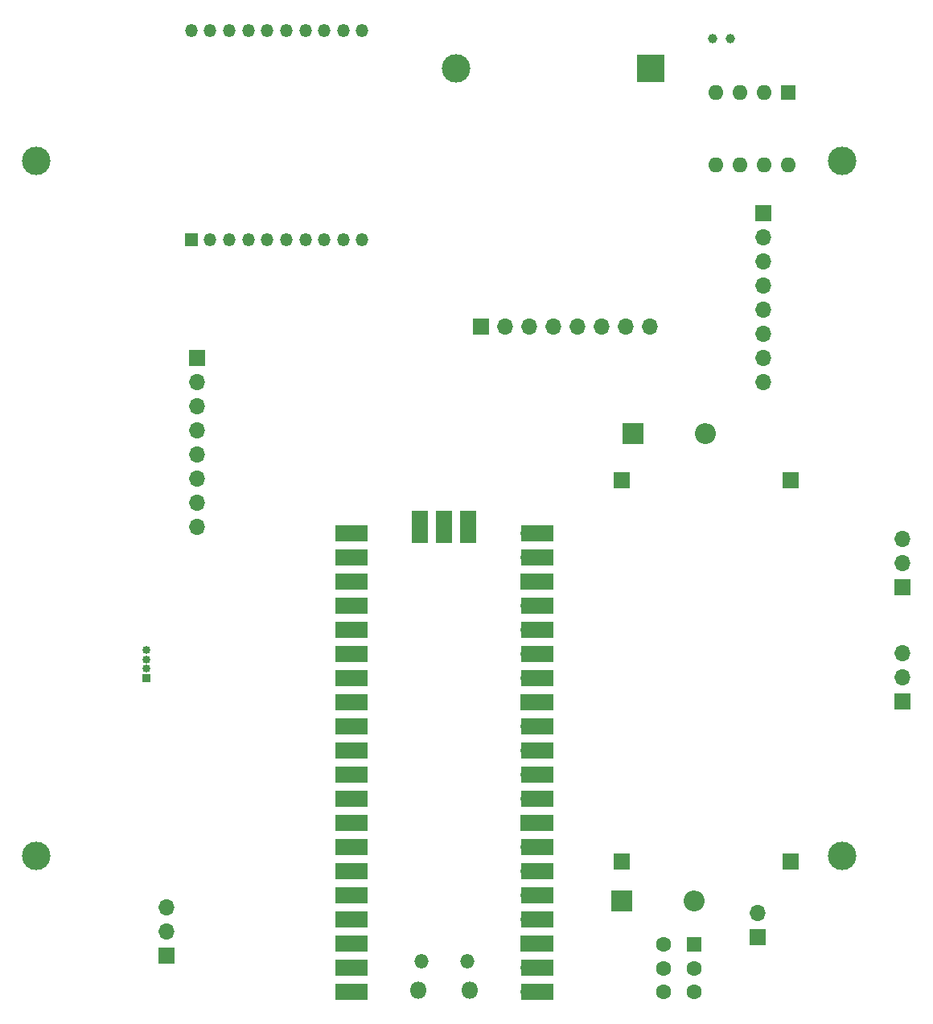
<source format=gbr>
%TF.GenerationSoftware,KiCad,Pcbnew,7.0.9*%
%TF.CreationDate,2023-11-23T17:14:22+01:00*%
%TF.ProjectId,astrasat1,61737472-6173-4617-9431-2e6b69636164,v1*%
%TF.SameCoordinates,Original*%
%TF.FileFunction,Soldermask,Top*%
%TF.FilePolarity,Negative*%
%FSLAX46Y46*%
G04 Gerber Fmt 4.6, Leading zero omitted, Abs format (unit mm)*
G04 Created by KiCad (PCBNEW 7.0.9) date 2023-11-23 17:14:22*
%MOMM*%
%LPD*%
G01*
G04 APERTURE LIST*
%ADD10R,1.700000X1.700000*%
%ADD11O,1.700000X1.700000*%
%ADD12R,0.850000X0.850000*%
%ADD13O,0.850000X0.850000*%
%ADD14R,2.200000X2.200000*%
%ADD15O,2.200000X2.200000*%
%ADD16C,3.000000*%
%ADD17R,1.700000X3.500000*%
%ADD18R,3.500000X1.700000*%
%ADD19O,1.800000X1.800000*%
%ADD20O,1.500000X1.500000*%
%ADD21R,3.000000X3.000000*%
%ADD22R,1.600000X1.600000*%
%ADD23O,1.600000X1.600000*%
%ADD24R,1.350000X1.350000*%
%ADD25O,1.350000X1.350000*%
%ADD26C,1.000000*%
%ADD27C,1.600000*%
G04 APERTURE END LIST*
D10*
%TO.C,U2*%
X122925000Y-141315000D03*
D11*
X122925000Y-138775000D03*
X122925000Y-136235000D03*
%TD*%
D10*
%TO.C,U6*%
X126100000Y-78450000D03*
D11*
X126100000Y-80990000D03*
X126100000Y-83530000D03*
X126100000Y-86070000D03*
X126100000Y-88610000D03*
X126100000Y-91150000D03*
X126100000Y-93690000D03*
X126100000Y-96230000D03*
%TD*%
D12*
%TO.C,U1*%
X120755000Y-112158000D03*
D13*
X120755000Y-111158000D03*
X120755000Y-110158000D03*
X120755000Y-109158000D03*
%TD*%
D10*
%TO.C,MainBT1*%
X185155000Y-139415000D03*
D11*
X185155000Y-136875000D03*
%TD*%
D14*
%TO.C,D2*%
X170815000Y-135600000D03*
D15*
X178435000Y-135600000D03*
%TD*%
D16*
%TO.C,REF\u002A\u002A*%
X194000000Y-130810000D03*
%TD*%
D10*
%TO.C,U9*%
X170815000Y-131426000D03*
X188595000Y-131426000D03*
X188595000Y-91294000D03*
X170815000Y-91294000D03*
%TD*%
D17*
%TO.C,U5*%
X149595000Y-96195000D03*
D11*
X149595000Y-97095000D03*
D17*
X152135000Y-96195000D03*
D10*
X152135000Y-97095000D03*
D17*
X154675000Y-96195000D03*
D11*
X154675000Y-97095000D03*
D18*
X142345000Y-145125000D03*
D11*
X143245000Y-145125000D03*
D18*
X142345000Y-142585000D03*
D11*
X143245000Y-142585000D03*
D18*
X142345000Y-140045000D03*
D10*
X143245000Y-140045000D03*
D18*
X142345000Y-137505000D03*
D11*
X143245000Y-137505000D03*
D18*
X142345000Y-134965000D03*
D11*
X143245000Y-134965000D03*
D18*
X142345000Y-132425000D03*
D11*
X143245000Y-132425000D03*
D18*
X142345000Y-129885000D03*
D11*
X143245000Y-129885000D03*
D18*
X142345000Y-127345000D03*
D10*
X143245000Y-127345000D03*
D18*
X142345000Y-124805000D03*
D11*
X143245000Y-124805000D03*
D18*
X142345000Y-122265000D03*
D11*
X143245000Y-122265000D03*
D18*
X142345000Y-119725000D03*
D11*
X143245000Y-119725000D03*
D18*
X142345000Y-117185000D03*
D11*
X143245000Y-117185000D03*
D18*
X142345000Y-114645000D03*
D10*
X143245000Y-114645000D03*
D18*
X142345000Y-112105000D03*
D11*
X143245000Y-112105000D03*
D18*
X142345000Y-109565000D03*
D11*
X143245000Y-109565000D03*
D18*
X142345000Y-107025000D03*
D11*
X143245000Y-107025000D03*
D18*
X142345000Y-104485000D03*
D11*
X143245000Y-104485000D03*
D18*
X142345000Y-101945000D03*
D10*
X143245000Y-101945000D03*
D18*
X142345000Y-99405000D03*
D11*
X143245000Y-99405000D03*
D18*
X142345000Y-96865000D03*
D11*
X143245000Y-96865000D03*
D18*
X161925000Y-96865000D03*
D11*
X161025000Y-96865000D03*
D18*
X161925000Y-99405000D03*
D11*
X161025000Y-99405000D03*
D18*
X161925000Y-101945000D03*
D10*
X161025000Y-101945000D03*
D18*
X161925000Y-104485000D03*
D11*
X161025000Y-104485000D03*
D18*
X161925000Y-107025000D03*
D11*
X161025000Y-107025000D03*
D18*
X161925000Y-109565000D03*
D11*
X161025000Y-109565000D03*
D18*
X161925000Y-112105000D03*
D11*
X161025000Y-112105000D03*
D18*
X161925000Y-114645000D03*
D10*
X161025000Y-114645000D03*
D18*
X161925000Y-117185000D03*
D11*
X161025000Y-117185000D03*
D18*
X161925000Y-119725000D03*
D11*
X161025000Y-119725000D03*
D18*
X161925000Y-122265000D03*
D11*
X161025000Y-122265000D03*
D18*
X161925000Y-124805000D03*
D11*
X161025000Y-124805000D03*
D18*
X161925000Y-127345000D03*
D10*
X161025000Y-127345000D03*
D18*
X161925000Y-129885000D03*
D11*
X161025000Y-129885000D03*
D18*
X161925000Y-132425000D03*
D11*
X161025000Y-132425000D03*
D18*
X161925000Y-134965000D03*
D11*
X161025000Y-134965000D03*
D18*
X161925000Y-137505000D03*
D11*
X161025000Y-137505000D03*
D18*
X161925000Y-140045000D03*
D10*
X161025000Y-140045000D03*
D18*
X161925000Y-142585000D03*
D11*
X161025000Y-142585000D03*
D18*
X161925000Y-145125000D03*
D11*
X161025000Y-145125000D03*
D19*
X149410000Y-144995000D03*
D20*
X149710000Y-141965000D03*
X154560000Y-141965000D03*
D19*
X154860000Y-144995000D03*
%TD*%
D21*
%TO.C,CellBT1*%
X173910000Y-47970001D03*
D16*
X153420000Y-47970001D03*
%TD*%
D22*
%TO.C,U3*%
X188320000Y-50520000D03*
D23*
X185780000Y-50520000D03*
X183240000Y-50520000D03*
X180700000Y-50520000D03*
X180700000Y-58140000D03*
X183240000Y-58140000D03*
X185780000Y-58140000D03*
X188320000Y-58140000D03*
%TD*%
D10*
%TO.C,BigM1*%
X200395000Y-114630000D03*
D11*
X200395000Y-112090000D03*
X200395000Y-109550000D03*
%TD*%
D16*
%TO.C,REF\u002A\u002A*%
X109220000Y-57690000D03*
%TD*%
%TO.C,REF\u002A\u002A*%
X194000000Y-57690000D03*
%TD*%
D24*
%TO.C,U4*%
X125520000Y-65955000D03*
D25*
X127520000Y-65955000D03*
X129520000Y-65955000D03*
X131520000Y-65955000D03*
X133520000Y-65955000D03*
X135520000Y-65955000D03*
X137520000Y-65955000D03*
X139520000Y-65955000D03*
X141520000Y-65955000D03*
X143520000Y-65955000D03*
X143520000Y-43955000D03*
X141520000Y-43955000D03*
X139520000Y-43955000D03*
X137520000Y-43955000D03*
X135520000Y-43955000D03*
X133520000Y-43955000D03*
X131520000Y-43955000D03*
X129520000Y-43955000D03*
X127520000Y-43955000D03*
X125520000Y-43955000D03*
%TD*%
D26*
%TO.C,Y1*%
X180395000Y-44795000D03*
X182295000Y-44795000D03*
%TD*%
D10*
%TO.C,SmallM1*%
X200395000Y-102565000D03*
D11*
X200395000Y-100025000D03*
X200395000Y-97485000D03*
%TD*%
D22*
%TO.C,SW1*%
X178460000Y-140177500D03*
D27*
X178460000Y-142677500D03*
X178460000Y-145177500D03*
X175260000Y-140177500D03*
X175260000Y-142677500D03*
X175260000Y-145177500D03*
%TD*%
D10*
%TO.C,U7*%
X185710000Y-63190000D03*
D11*
X185710000Y-65730000D03*
X185710000Y-68270000D03*
X185710000Y-70810000D03*
X185710000Y-73350000D03*
X185710000Y-75890000D03*
X185710000Y-78430000D03*
X185710000Y-80970000D03*
%TD*%
D10*
%TO.C,U8*%
X155985000Y-75175000D03*
D11*
X158525000Y-75175000D03*
X161065000Y-75175000D03*
X163605000Y-75175000D03*
X166145000Y-75175000D03*
X168685000Y-75175000D03*
X171225000Y-75175000D03*
X173765000Y-75175000D03*
%TD*%
D14*
%TO.C,D1*%
X172005000Y-86360000D03*
D15*
X179625000Y-86360000D03*
%TD*%
D16*
%TO.C,REF\u002A\u002A*%
X109220000Y-130810000D03*
%TD*%
M02*

</source>
